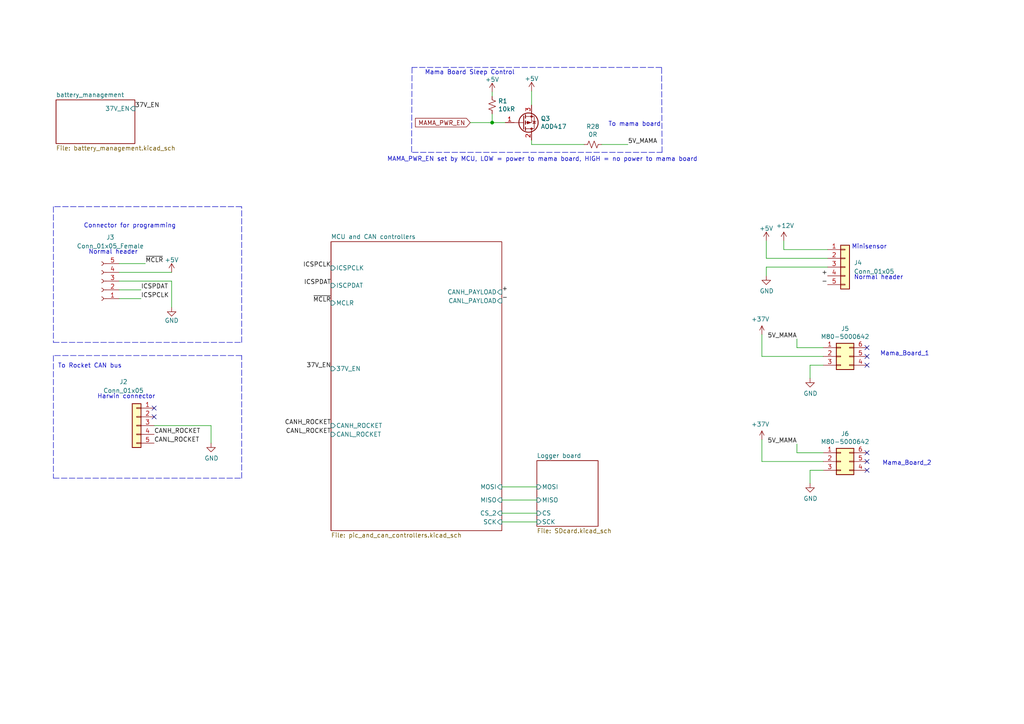
<source format=kicad_sch>
(kicad_sch (version 20211123) (generator eeschema)
  (paper "A4")
  (title_block (title "Papa Board") (company "Waterloo Rocketry"))
  (lib_symbols
    (symbol "Connector:Conn_01x05_Female" (pin_names (offset 1.016) hide)
      (property "Reference" "J" (at 0 7.62 0))
      (property "Value" "Conn_01x05_Female" (at 0 -7.62 0))
      (symbol "Conn_01x05_Female_1_1"
        (arc (start 0 -4.572) (mid -0.508 -5.08) (end 0 -5.588) (stroke (width 0.1524)))
        (arc (start 0 -2.032) (mid -0.508 -2.54) (end 0 -3.048) (stroke (width 0.1524)))
        (polyline (pts (xy -1.27 -5.08) (xy -0.508 -5.08)) (stroke (width 0.1524)))
        (polyline (pts (xy -1.27 -2.54) (xy -0.508 -2.54)) (stroke (width 0.1524)))
        (polyline (pts (xy -1.27 0) (xy -0.508 0)) (stroke (width 0.1524)))
        (polyline (pts (xy -1.27 2.54) (xy -0.508 2.54)) (stroke (width 0.1524)))
        (polyline (pts (xy -1.27 5.08) (xy -0.508 5.08)) (stroke (width 0.1524)))
        (arc (start 0 0.508) (mid -0.508 0) (end 0 -0.508) (stroke (width 0.1524)))
        (arc (start 0 3.048) (mid -0.508 2.54) (end 0 2.032) (stroke (width 0.1524)))
        (arc (start 0 5.588) (mid -0.508 5.08) (end 0 4.572) (stroke (width 0.1524)))
        (pin passive line (at -5.08 5.08 0) (length 3.81) (name "Pin_1") (number "1"))
        (pin passive line (at -5.08 2.54 0) (length 3.81) (name "Pin_2") (number "2"))
        (pin passive line (at -5.08 0 0) (length 3.81) (name "Pin_3") (number "3"))
        (pin passive line (at -5.08 -2.54 0) (length 3.81) (name "Pin_4") (number "4"))
        (pin passive line (at -5.08 -5.08 0) (length 3.81) (name "Pin_5") (number "5"))
      )
    )
    (symbol "Connector_Generic:Conn_01x05" (pin_names (offset 1.016) hide)
      (property "Reference" "J" (at 0 7.62 0))
      (property "Value" "Conn_01x05" (at 0 -7.62 0))
      (symbol "Conn_01x05_1_1"
        (rectangle (start -1.27 -4.953) (end 0 -5.207) (stroke (width 0.1524)))
        (rectangle (start -1.27 -2.413) (end 0 -2.667) (stroke (width 0.1524)))
        (rectangle (start -1.27 0.127) (end 0 -0.127) (stroke (width 0.1524)))
        (rectangle (start -1.27 2.667) (end 0 2.413) (stroke (width 0.1524)))
        (rectangle (start -1.27 5.207) (end 0 4.953) (stroke (width 0.1524)))
        (rectangle (start -1.27 6.35) (end 1.27 -6.35) (stroke (width 0.254)) (fill (type background)))
        (pin passive line (at -5.08 5.08 0) (length 3.81) (name "Pin_1") (number "1"))
        (pin passive line (at -5.08 2.54 0) (length 3.81) (name "Pin_2") (number "2"))
        (pin passive line (at -5.08 0 0) (length 3.81) (name "Pin_3") (number "3"))
        (pin passive line (at -5.08 -2.54 0) (length 3.81) (name "Pin_4") (number "4"))
        (pin passive line (at -5.08 -5.08 0) (length 3.81) (name "Pin_5") (number "5"))
      )
    )
    (symbol "Connector_Generic:Conn_02x03_Counter_Clockwise" (pin_names (offset 1.016) hide)
      (property "Reference" "J" (at 1.27 5.08 0))
      (property "Value" "Conn_02x03_Counter_Clockwise" (at 1.27 -5.08 0))
      (symbol "Conn_02x03_Counter_Clockwise_1_1"
        (rectangle (start -1.27 -2.413) (end 0 -2.667) (stroke (width 0.1524)))
        (rectangle (start -1.27 0.127) (end 0 -0.127) (stroke (width 0.1524)))
        (rectangle (start -1.27 2.667) (end 0 2.413) (stroke (width 0.1524)))
        (rectangle (start -1.27 3.81) (end 3.81 -3.81) (stroke (width 0.254)) (fill (type background)))
        (rectangle (start 3.81 -2.413) (end 2.54 -2.667) (stroke (width 0.1524)))
        (rectangle (start 3.81 0.127) (end 2.54 -0.127) (stroke (width 0.1524)))
        (rectangle (start 3.81 2.667) (end 2.54 2.413) (stroke (width 0.1524)))
        (pin passive line (at -5.08 2.54 0) (length 3.81) (name "Pin_1") (number "1"))
        (pin passive line (at -5.08 0 0) (length 3.81) (name "Pin_2") (number "2"))
        (pin passive line (at -5.08 -2.54 0) (length 3.81) (name "Pin_3") (number "3"))
        (pin passive line (at 7.62 -2.54 180) (length 3.81) (name "Pin_4") (number "4"))
        (pin passive line (at 7.62 0 180) (length 3.81) (name "Pin_5") (number "5"))
        (pin passive line (at 7.62 2.54 180) (length 3.81) (name "Pin_6") (number "6"))
      )
    )
    (symbol "Device:Q_PMOS_GDS" (pin_names (offset 0) hide)
      (property "Reference" "Q" (at 5.08 1.27 0))
      (property "Value" "Q_PMOS_GDS" (at 5.08 -1.27 0))
      (symbol "Q_PMOS_GDS_0_1"
        (polyline (pts (xy 0.254 0) (xy -2.54 0)))
        (polyline (pts (xy 0.254 1.905) (xy 0.254 -1.905)) (stroke (width 0.254)))
        (polyline (pts (xy 0.762 -1.27) (xy 0.762 -2.286)) (stroke (width 0.254)))
        (polyline (pts (xy 0.762 0.508) (xy 0.762 -0.508)) (stroke (width 0.254)))
        (polyline (pts (xy 0.762 2.286) (xy 0.762 1.27)) (stroke (width 0.254)))
        (polyline (pts (xy 2.54 2.54) (xy 2.54 1.778)))
        (polyline (pts (xy 2.54 -2.54) (xy 2.54 0) (xy 0.762 0)))
        (polyline (pts (xy 0.762 1.778) (xy 3.302 1.778) (xy 3.302 -1.778) (xy 0.762 -1.778)))
        (polyline (pts (xy 2.286 0) (xy 1.27 0.381) (xy 1.27 -0.381) (xy 2.286 0)) (fill (type outline)))
        (polyline (pts (xy 2.794 -0.508) (xy 2.921 -0.381) (xy 3.683 -0.381) (xy 3.81 -0.254)))
        (polyline (pts (xy 3.302 -0.381) (xy 2.921 0.254) (xy 3.683 0.254) (xy 3.302 -0.381)))
        (circle (center 1.651 0) (radius 2.794) (stroke (width 0.254)))
        (circle (center 2.54 -1.778) (radius 0.254) (fill (type outline)))
        (circle (center 2.54 1.778) (radius 0.254) (fill (type outline)))
      )
      (symbol "Q_PMOS_GDS_1_1"
        (pin input line (at -5.08 0 0) (length 2.54) (name "G") (number "1"))
        (pin passive line (at 2.54 5.08 270) (length 2.54) (name "D") (number "2"))
        (pin passive line (at 2.54 -5.08 90) (length 2.54) (name "S") (number "3"))
      )
    )
    (symbol "Device:R_Small_US" (pin_numbers hide) (pin_names (offset 0.254) hide)
      (property "Reference" "R" (at 0.762 0.508 0))
      (property "Value" "R_Small_US" (at 0.762 -1.016 0))
      (symbol "R_Small_US_1_1"
        (polyline (pts (xy 0 0) (xy 1.016 -0.381) (xy 0 -0.762) (xy -1.016 -1.143) (xy 0 -1.524)))
        (polyline (pts (xy 0 1.524) (xy 1.016 1.143) (xy 0 0.762) (xy -1.016 0.381) (xy 0 0)))
        (pin passive line (at 0 2.54 270) (length 1.016) (name "~") (number "1"))
        (pin passive line (at 0 -2.54 90) (length 1.016) (name "~") (number "2"))
      )
    )
    (symbol "payload2020_custom:+37V" (power) (pin_names (offset 1.016))
      (property "Value" "+37V" (at 0 3.81 0))
      (symbol "+37V_0_1"
        (polyline (pts (xy 0 1.27) (xy -0.635 0) (xy 0 1.27) (xy 0.635 0)))
        (rectangle (start 0 1.27) (end 0 -1.27))
      )
      (symbol "+37V_1_1"
        (pin input line (at 0 -1.27 90) (length 2.54) hide (name "+37V") (number "1"))
      )
    )
    (symbol "power:+12V" (power) (pin_names (offset 0))
      (property "Value" "+12V" (at 0 3.556 0))
      (symbol "+12V_0_1"
        (polyline (pts (xy -0.762 1.27) (xy 0 2.54)))
        (polyline (pts (xy 0 0) (xy 0 2.54)))
        (polyline (pts (xy 0 2.54) (xy 0.762 1.27)))
      )
      (symbol "+12V_1_1"
        (pin power_in line (at 0 0 90) (length 0) hide (name "+12V") (number "1"))
      )
    )
    (symbol "power:+5V" (power) (pin_names (offset 0))
      (property "Value" "+5V" (at 0 3.556 0))
      (symbol "+5V_0_1"
        (polyline (pts (xy -0.762 1.27) (xy 0 2.54)))
        (polyline (pts (xy 0 0) (xy 0 2.54)))
        (polyline (pts (xy 0 2.54) (xy 0.762 1.27)))
      )
      (symbol "+5V_1_1"
        (pin power_in line (at 0 0 90) (length 0) hide (name "+5V") (number "1"))
      )
    )
    (symbol "power:GND" (power) (pin_names (offset 0))
      (property "Value" "GND" (at 0 -3.81 0))
      (symbol "GND_0_1"
        (polyline (pts (xy 0 0) (xy 0 -1.27) (xy 1.27 -1.27) (xy 0 -2.54) (xy -1.27 -1.27) (xy 0 -1.27)))
      )
      (symbol "GND_1_1"
        (pin power_in line (at 0 0 270) (length 0) hide (name "GND") (number "1"))
      )
    )
  )
  (junction (at 142.748 35.56))
  (no_connect (at 251.46 100.838))
  (no_connect (at 44.704 118.364))
  (no_connect (at 251.46 105.918))
  (no_connect (at 251.46 136.398))
  (no_connect (at 251.46 131.318))
  (no_connect (at 251.46 103.378))
  (no_connect (at 251.46 133.858))
  (no_connect (at 44.704 120.904))
  (wire (pts (xy 154.178 41.91) (xy 169.418 41.91)))
  (wire (pts (xy 34.544 76.454) (xy 42.164 76.454)))
  (wire (pts (xy 44.704 123.444) (xy 61.214 123.444)))
  (wire (pts (xy 234.95 136.398) (xy 234.95 140.208)))
  (polyline (pts (xy 15.494 138.684) (xy 70.104 138.684)))
  (wire (pts (xy 227.33 69.85) (xy 227.33 72.39)))
  (polyline (pts (xy 15.494 59.944) (xy 15.494 99.314)))
  (wire (pts (xy 231.14 128.778) (xy 231.14 131.318)))
  (wire (pts (xy 136.398 35.56) (xy 142.748 35.56)))
  (wire (pts (xy 220.98 103.378) (xy 238.76 103.378)))
  (wire (pts (xy 231.14 100.838) (xy 238.76 100.838)))
  (wire (pts (xy 238.76 105.918) (xy 234.95 105.918)))
  (polyline (pts (xy 191.897 19.558) (xy 119.507 19.558)))
  (wire (pts (xy 227.33 72.39) (xy 240.03 72.39)))
  (wire (pts (xy 238.76 136.398) (xy 234.95 136.398)))
  (wire (pts (xy 34.544 81.534) (xy 49.784 81.534)))
  (polyline (pts (xy 70.104 103.124) (xy 15.494 103.124)))
  (polyline (pts (xy 192.024 44.196) (xy 191.897 19.558)))
  (wire (pts (xy 34.544 84.074) (xy 40.894 84.074)))
  (wire (pts (xy 231.14 98.298) (xy 231.14 100.838)))
  (polyline (pts (xy 119.507 19.558) (xy 119.38 44.196)))
  (wire (pts (xy 154.178 26.416) (xy 154.178 30.48)))
  (wire (pts (xy 240.03 74.93) (xy 222.25 74.93)))
  (wire (pts (xy 220.98 133.858) (xy 220.98 127.508)))
  (wire (pts (xy 222.25 74.93) (xy 222.25 69.85)))
  (wire (pts (xy 49.784 81.534) (xy 49.784 89.154)))
  (wire (pts (xy 222.25 80.01) (xy 222.25 77.47)))
  (wire (pts (xy 34.544 86.614) (xy 40.894 86.614)))
  (wire (pts (xy 231.14 131.318) (xy 238.76 131.318)))
  (wire (pts (xy 220.98 133.858) (xy 238.76 133.858)))
  (wire (pts (xy 234.95 105.918) (xy 234.95 109.728)))
  (polyline (pts (xy 70.104 59.944) (xy 15.494 59.944)))
  (wire (pts (xy 174.498 41.91) (xy 182.118 41.91)))
  (wire (pts (xy 61.214 123.444) (xy 61.214 128.524)))
  (polyline (pts (xy 15.494 99.314) (xy 70.104 99.314)))
  (wire (pts (xy 34.544 78.994) (xy 49.784 78.994)))
  (polyline (pts (xy 70.104 99.314) (xy 70.104 59.944)))
  (wire (pts (xy 154.178 40.64) (xy 154.178 41.91)))
  (wire (pts (xy 142.748 35.56) (xy 146.558 35.56)))
  (wire (pts (xy 220.98 103.378) (xy 220.98 97.028)))
  (wire (pts (xy 145.542 148.844) (xy 155.702 148.844)))
  (wire (pts (xy 222.25 77.47) (xy 240.03 77.47)))
  (wire (pts (xy 145.542 141.224) (xy 155.702 141.224)))
  (wire (pts (xy 155.702 151.384) (xy 145.542 151.384)))
  (polyline (pts (xy 119.634 44.196) (xy 192.024 44.196)))
  (polyline (pts (xy 15.494 103.124) (xy 15.494 138.684)))
  (wire (pts (xy 155.702 145.034) (xy 145.542 145.034)))
  (polyline (pts (xy 70.104 138.684) (xy 70.104 103.124)))
  (wire (pts (xy 142.748 33.02) (xy 142.748 35.56)))
  (wire (pts (xy 142.748 27.94) (xy 142.748 26.67)))
  (text "Mama_Board_2\n" (at 255.905 135.128 0) (effects (font (size 1.27 1.27)) (justify left bottom)))
  (text "Mama Board Sleep Control" (at 123.19 21.844 0) (effects (font (size 1.27 1.27)) (justify left bottom)))
  (text "Harwin connector" (at 28.194 115.824 0) (effects (font (size 1.27 1.27)) (justify left bottom)))
  (text "Normal header" (at 25.654 73.914 0) (effects (font (size 1.27 1.27)) (justify left bottom)))
  (text "Connector for programming" (at 51.054 66.294 180) (effects (font (size 1.27 1.27)) (justify right bottom)))
  (text "To Rocket CAN bus" (at 16.764 106.934 0) (effects (font (size 1.27 1.27)) (justify left bottom)))
  (text "Mama_Board_1" (at 255.27 103.378 0) (effects (font (size 1.27 1.27)) (justify left bottom)))
  (text "Normal header" (at 247.65 81.28 0) (effects (font (size 1.27 1.27)) (justify left bottom)))
  (text "MAMA_PWR_EN set by MCU, LOW = power to mama board, HIGH = no power to mama board" (at 112.268 46.99 0) (effects (font (size 1.27 1.27)) (justify left bottom)))
  (text "To mama board" (at 176.403 36.83 0) (effects (font (size 1.27 1.27)) (justify left bottom)))
  (text "\nMinisensor" (at 247.015 72.39 0) (effects (font (size 1.27 1.27)) (justify left bottom)))
  (label "~{MCLR}" (at 42.164 76.454 0))
  (label "5V_MAMA" (at 231.14 98.298 180))
  (label "ICSPDAT" (at 40.894 84.074 0))
  (label "ICSPDAT" (at 96.012 82.804 180))
  (label "CANL_ROCKET" (at 44.704 128.524 0))
  (label "37V_EN" (at 39.116 31.496 0))
  (label "5V_MAMA" (at 182.118 41.91 0))
  (label "37V_EN" (at 96.012 106.934 180))
  (label "+" (at 240.03 80.01 180))
  (label "CANL_ROCKET" (at 96.012 125.984 180))
  (label "-" (at 145.542 87.249 0))
  (label "-" (at 240.03 82.55 180))
  (label "~{MCLR}" (at 96.012 87.884 180))
  (label "+" (at 145.542 84.709 0))
  (label "ICSPCLK" (at 40.894 86.614 0))
  (label "ICSPCLK" (at 96.012 77.724 180))
  (label "CANH_ROCKET" (at 96.012 123.444 180))
  (label "5V_MAMA" (at 231.14 128.778 180))
  (label "CANH_ROCKET" (at 44.704 125.984 0))
  (global_label "MAMA_PWR_EN" (shape input) (at 136.398 35.56 180) (property "Intersheet References" "${INTERSHEET_REFS}" (effects hide)))
  (symbol (lib_id "Connector_Generic:Conn_01x05") (at 39.624 123.444 0) (mirror y) (unit 1)
    (property "Reference" "J2" (at 35.814 110.744 0))
    (property "Value" "Conn_01x05" (at 35.814 113.284 0))
    (property "Footprint" "Payload2020_custom:connector_Harwin_M80-5000642" (effects hide))
  )
  (symbol (lib_id "power:GND") (at 61.214 128.524 0) (unit 1)
    (property "Reference" "#PWR04" (effects hide))
    (property "Value" "GND" (at 61.341 132.9182 0))
  )
  (symbol (lib_id "Connector_Generic:Conn_01x05") (at 245.11 77.47 0) (unit 1)
    (property "Reference" "J4" (at 247.65 76.2 0) (effects (justify left)))
    (property "Value" "Conn_01x05" (at 247.65 78.74 0) (effects (justify left)))
    (property "Footprint" "Payload2020_custom:PinHeader_2x03_P2.00mm_Vertical_MINISENSOR_Harwin_Spacing" (effects hide))
  )
  (symbol (lib_id "power:GND") (at 222.25 80.01 0) (unit 1)
    (property "Reference" "#PWR08" (effects hide))
    (property "Value" "GND" (at 222.377 84.4042 0))
  )
  (symbol (lib_id "Connector:Conn_01x05_Female") (at 29.464 81.534 180) (unit 1)
    (property "Reference" "J3" (at 32.004 68.834 0))
    (property "Value" "Conn_01x05_Female" (at 32.004 71.374 0))
    (property "Footprint" "Connector_PinHeader_2.54mm:PinHeader_1x05_P2.54mm_Vertical" (effects hide))
  )
  (symbol (lib_id "power:GND") (at 49.784 89.154 0) (unit 1)
    (property "Reference" "#PWR02" (effects hide))
    (property "Value" "GND" (at 49.784 92.964 0))
  )
  (symbol (lib_id "power:GND") (at 234.95 109.728 0) (unit 1)
    (property "Reference" "#PWR012" (effects hide))
    (property "Value" "GND" (at 235.077 114.1222 0))
  )
  (symbol (lib_id "Connector_Generic:Conn_02x03_Counter_Clockwise") (at 243.84 103.378 0) (unit 1)
    (property "Reference" "J5" (at 245.11 95.3262 0))
    (property "Value" "M80-5000642" (at 245.11 97.6376 0))
    (property "Footprint" "Payload2020_custom:connector_Harwin_M80-5000642" (effects hide))
  )
  (symbol (lib_id "Device:Q_PMOS_GDS") (at 151.638 35.56 0) (mirror x) (unit 1)
    (property "Reference" "Q3" (at 156.8196 34.3916 0) (effects (justify left)))
    (property "Value" "AOD417" (at 156.8196 36.703 0) (effects (justify left)))
    (property "Footprint" "Package_TO_SOT_SMD:TO-252-3_TabPin2" (effects hide))
    (property "Datasheet" "http://aosmd.com/res/data_sheets/AOD417.pdf" (effects hide))
  )
  (symbol (lib_id "Device:R_Small_US") (at 142.748 30.48 0) (unit 1)
    (property "Reference" "R1" (at 144.4752 29.3116 0) (effects (justify left)))
    (property "Value" "10kR" (at 144.4752 31.623 0) (effects (justify left)))
    (property "Footprint" "Resistor_SMD:R_0805_2012Metric_Pad1.20x1.40mm_HandSolder" (effects hide))
  )
  (symbol (lib_id "power:+12V") (at 227.33 69.85 0) (unit 1)
    (property "Reference" "#PWR014" (effects hide))
    (property "Value" "+12V" (at 227.711 65.4558 0))
  )
  (symbol (lib_id "power:GND") (at 234.95 140.208 0) (unit 1)
    (property "Reference" "#PWR09" (effects hide))
    (property "Value" "GND" (at 235.077 144.6022 0))
  )
  (symbol (lib_id "Connector_Generic:Conn_02x03_Counter_Clockwise") (at 243.84 133.858 0) (unit 1)
    (property "Reference" "J6" (at 245.11 125.8062 0))
    (property "Value" "M80-5000642" (at 245.11 128.1176 0))
    (property "Footprint" "Payload2020_custom:connector_Harwin_M80-5000642" (effects hide))
  )
  (symbol (lib_id "Device:R_Small_US") (at 171.958 41.91 270) (unit 1)
    (property "Reference" "R28" (at 171.958 36.703 90))
    (property "Value" "0R" (at 171.958 39.0144 90))
    (property "Footprint" "Resistor_SMD:R_0805_2012Metric_Pad1.20x1.40mm_HandSolder" (effects hide))
  )
  (symbol (lib_id "payload2020_custom:+37V") (at 220.98 95.758 0) (unit 1)
    (property "Reference" "#PWR?0104" (effects hide))
    (property "Value" "+37V" (at 220.5228 92.583 0))
  )
  (symbol (lib_id "payload2020_custom:+37V") (at 220.98 126.238 0) (unit 1)
    (property "Reference" "#PWR0106" (effects hide))
    (property "Value" "+37V" (at 220.5228 123.063 0))
  )
  (symbol (lib_id "power:+5V") (at 142.748 26.67 0) (unit 1)
    (property "Reference" "#PWR0102" (effects hide))
    (property "Value" "+5V" (at 142.748 23.0655 0))
  )
  (symbol (lib_id "power:+5V") (at 154.178 26.416 0) (unit 1)
    (property "Reference" "#PWR0107" (effects hide))
    (property "Value" "+5V" (at 154.178 22.8115 0))
  )
  (symbol (lib_id "power:+5V") (at 49.784 78.994 0) (unit 1)
    (property "Reference" "#PWR0110" (effects hide))
    (property "Value" "+5V" (at 49.784 75.3895 0))
  )
  (symbol (lib_id "power:+5V") (at 222.25 69.85 0) (unit 1)
    (property "Reference" "#PWR0111" (effects hide))
    (property "Value" "+5V" (at 222.25 66.2455 0))
  )
  (sheet (at 16.256 28.956) (size 22.86 12.7)
    (property "Sheet name" "battery_management" (at 16.256 28.2444 0) (effects (justify left bottom)))
    (property "Sheet file" "battery_management.kicad_sch" (at 16.256 42.2406 0) (effects (justify left top)))
    (pin "37V_EN" input (at 39.116 31.496 0))
  )
  (sheet (at 96.012 70.104) (size 49.53 83.82)
    (property "Sheet name" "MCU and CAN controllers" (at 96.012 69.3924 0) (effects (justify left bottom)))
    (property "Sheet file" "pic_and_can_controllers.kicad_sch" (at 96.012 154.5086 0) (effects (justify left top)))
    (pin "CANH_ROCKET" input (at 96.012 123.444 180))
    (pin "CANL_ROCKET" input (at 96.012 125.984 180))
    (pin "CANH_PAYLOAD" input (at 145.542 84.709 0))
    (pin "CANL_PAYLOAD" input (at 145.542 87.249 0))
    (pin "37V_EN" input (at 96.012 106.934 180))
    (pin "ISCPDAT" input (at 96.012 82.804 180))
    (pin "MCLR" input (at 96.012 87.884 180))
    (pin "ICSPCLK" input (at 96.012 77.724 180))
    (pin "MOSI" input (at 145.542 141.224 0))
    (pin "MISO" input (at 145.542 145.034 0))
    (pin "CS_2" input (at 145.542 148.844 0))
    (pin "SCK" input (at 145.542 151.384 0))
  )
  (sheet (at 155.702 133.604) (size 17.78 19.05)
    (property "Sheet name" "Logger board" (at 155.702 132.8924 0) (effects (justify left bottom)))
    (property "Sheet file" "SDcard.kicad_sch" (at 155.702 153.2386 0) (effects (justify left top)))
    (pin "MOSI" input (at 155.702 141.224 180))
    (pin "MISO" input (at 155.702 145.034 180))
    (pin "CS" input (at 155.702 148.844 180))
    (pin "SCK" input (at 155.702 151.384 180))
  )
)
</source>
